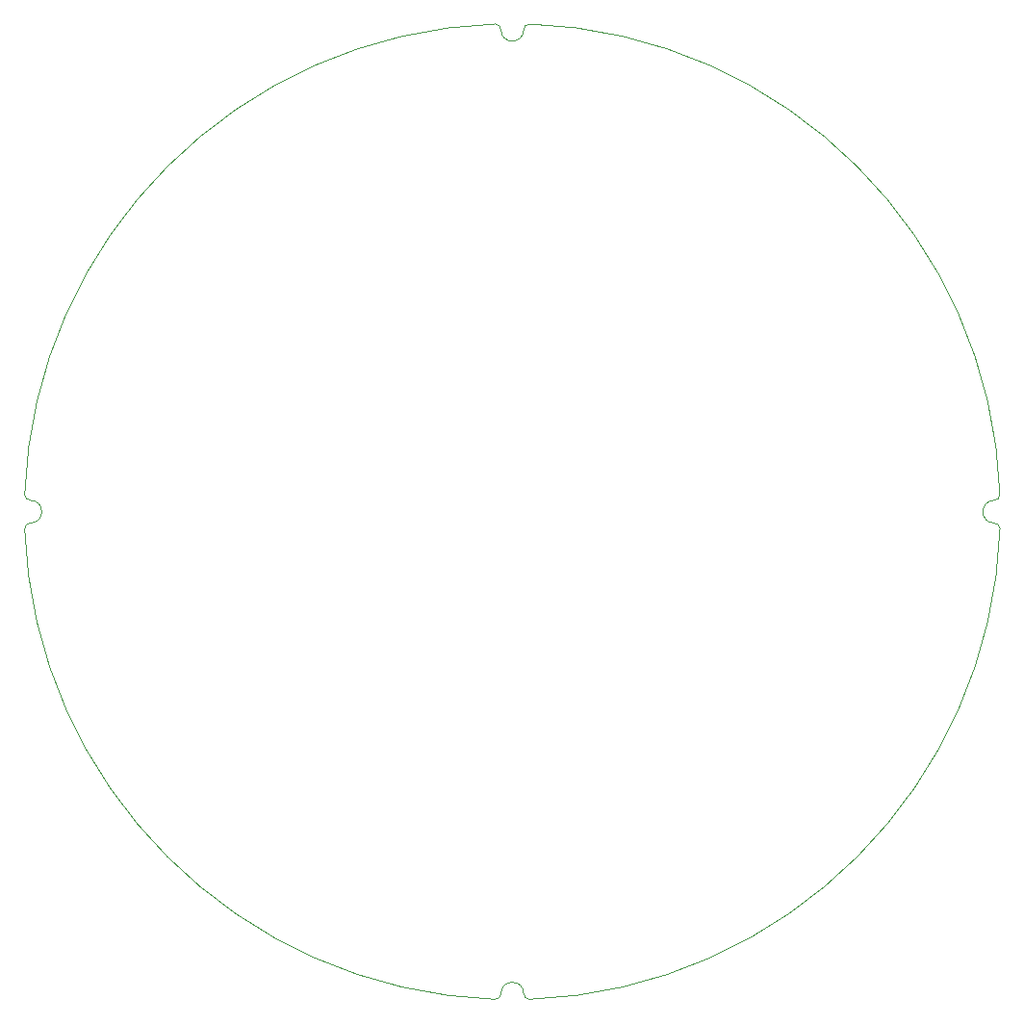
<source format=gm1>
%TF.GenerationSoftware,KiCad,Pcbnew,5.1.7-a382d34a8~88~ubuntu20.04.1*%
%TF.CreationDate,2021-06-08T03:00:46+02:00*%
%TF.ProjectId,uHoubolt_PCB_GNSS_Cover,75486f75-626f-46c7-945f-5043425f474e,rev?*%
%TF.SameCoordinates,PX8f0d180PY5f5e100*%
%TF.FileFunction,Profile,NP*%
%FSLAX46Y46*%
G04 Gerber Fmt 4.6, Leading zero omitted, Abs format (unit mm)*
G04 Created by KiCad (PCBNEW 5.1.7-a382d34a8~88~ubuntu20.04.1) date 2021-06-08 03:00:46*
%MOMM*%
%LPD*%
G01*
G04 APERTURE LIST*
%TA.AperFunction,Profile*%
%ADD10C,0.050000*%
%TD*%
G04 APERTURE END LIST*
D10*
X42899999Y-1500001D02*
G75*
G02*
X1499999Y-42899999I-42899999J1500001D01*
G01*
X-1500001Y-42899999D02*
G75*
G02*
X-42899999Y-1499999I1500001J42899999D01*
G01*
X-42899999Y1500001D02*
G75*
G02*
X-1499999Y42899999I42899999J-1500001D01*
G01*
X1500001Y42899999D02*
G75*
G02*
X42899999Y1499999I-1500001J-42899999D01*
G01*
X-1000000Y-42400000D02*
G75*
G02*
X-1500000Y-42900000I-500000J0D01*
G01*
X-1000000Y-42400000D02*
G75*
G02*
X1000000Y-42400000I1000000J0D01*
G01*
X1500000Y-42900000D02*
G75*
G02*
X1000000Y-42400000I0J500000D01*
G01*
X-42400000Y1000000D02*
G75*
G02*
X-42400000Y-1000000I0J-1000000D01*
G01*
X-42400000Y1000000D02*
G75*
G02*
X-42900000Y1500000I0J500000D01*
G01*
X-42900000Y-1500000D02*
G75*
G02*
X-42400000Y-1000000I500000J0D01*
G01*
X-1500000Y42900000D02*
G75*
G02*
X-1000000Y42400000I0J-500000D01*
G01*
X1000000Y42400000D02*
G75*
G02*
X-1000000Y42400000I-1000000J0D01*
G01*
X1000000Y42400000D02*
G75*
G02*
X1500000Y42900000I500000J0D01*
G01*
X42400000Y-1000000D02*
G75*
G02*
X42900000Y-1500000I0J-500000D01*
G01*
X42900000Y1500000D02*
G75*
G02*
X42400000Y1000000I-500000J0D01*
G01*
X42400000Y-1000000D02*
G75*
G02*
X42400000Y1000000I0J1000000D01*
G01*
M02*

</source>
